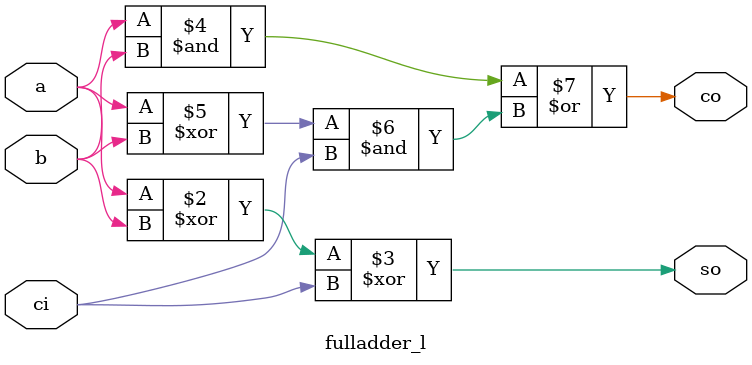
<source format=v>
/* fulladder */
module fulladder_l (
    input wire a, b, ci,
    output reg so, co
);

always @(*) begin
    so = a ^ b ^ ci;
    co = (a & b) | (a ^ b) & ci;
end

endmodule

</source>
